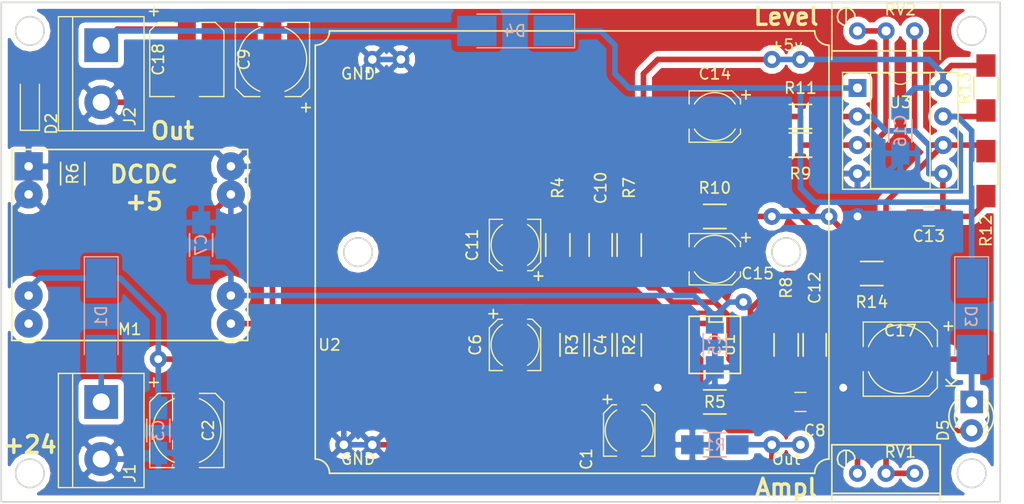
<source format=kicad_pcb>
(kicad_pcb (version 4) (host pcbnew 4.0.5)
  (layers (0 F.Cu signal) (31 B.Cu signal) (34 B.Paste user) (35 F.Paste user) (36 B.SilkS user) (37 F.SilkS user) (38 B.Mask user) (39 F.Mask user) (44 Edge.Cuts user))
  (net 0 "")
  (net 1 "Net-(C1-Pad1)")
  (net 2 "Net-(C1-Pad2)")
  (net 3 "Net-(C2-Pad1)")
  (net 4 GND)
  (net 5 "Net-(C4-Pad1)")
  (net 6 "Net-(C4-Pad2)")
  (net 7 +5V)
  (net 8 "Net-(C6-Pad1)")
  (net 9 "Net-(C12-Pad2)")
  (net 10 "Net-(C8-Pad2)")
  (net 11 "Net-(C10-Pad2)")
  (net 12 "Net-(C12-Pad1)")
  (net 13 "Net-(C13-Pad1)")
  (net 14 "Net-(C14-Pad1)")
  (net 15 "Net-(C15-Pad1)")
  (net 16 "Net-(C17-Pad1)")
  (net 17 "Net-(D1-Pad2)")
  (net 18 "Net-(D2-Pad1)")
  (net 19 "Net-(D3-Pad1)")
  (net 20 "Net-(D5-Pad2)")
  (net 21 "Net-(C18-Pad1)")
  (module dz_lib:HB-100-Radar (layer F.Cu) (at 173.99 93.98)
    (fp_text reference U2 (at -3.81 -8.89) (layer F.SilkS))
    (fp_text value HB-100-Radar)
    (fp_text user Out (at 36.83 1.27) (layer F.SilkS))
    (fp_text user GND (at -1.27 1.27) (layer F.SilkS))
    (fp_text user +5v (at 36.83 -35.56) (layer F.SilkS))
    (fp_text user GND (at -1.27 -33.02) (layer F.SilkS))
    (pad 1 thru_hole circle (at -2.54 0) (size 1.524 1.524) (drill 0.762) (layers *.Cu *.Mask) (net 4 GND))
    (pad 2 thru_hole circle (at 0 0) (size 1.524 1.524) (drill 0.762) (layers *.Cu *.Mask) (net 4 GND))
    (pad 3 thru_hole circle (at 0 -34.29) (size 1.524 1.524) (drill 0.762) (layers *.Cu *.Mask) (net 4 GND))
    (pad 4 thru_hole circle (at 2.54 -34.29) (size 1.524 1.524) (drill 0.762) (layers *.Cu *.Mask) (net 4 GND))
    (pad 5 thru_hole circle (at 35.56 0) (size 1.524 1.524) (drill 0.762) (layers *.Cu *.Mask) (net 2 "Net-(C1-Pad2)"))
    (pad 6 thru_hole circle (at 38.1 0) (size 1.524 1.524) (drill 0.762) (layers *.Cu *.Mask) (net 2 "Net-(C1-Pad2)"))
    (pad 7 thru_hole circle (at 35.56 -34.29) (size 1.524 1.524) (drill 0.762) (layers *.Cu *.Mask) (net 7 +5V))
    (pad 8 thru_hole circle (at 38.1 -34.29) (size 1.524 1.524) (drill 0.762) (layers *.Cu *.Mask) (net 7 +5V))
  )
  (module Capacitors_SMD:CP_Elec_6.3x7.7 (layer F.Cu) (at 165.1 59.69 90)
    (fp_text reference C9 (at 0 -2.54 90) (layer F.SilkS))
    (fp_text value 220,0)
    (fp_text user + (at -4.2799 2.9083 90) (layer F.SilkS))
    (pad 1 smd rect (at -2.7 0 270) (size 3.5 1.6) (layers F.Cu F.Paste F.Mask) (net 7 +5V))
    (pad 2 smd rect (at 2.7 0 270) (size 3.5 1.6) (layers F.Cu F.Paste F.Mask) (net 4 GND))
  )
  (module Capacitors_SMD:C_1206_HandSoldering (layer B.Cu) (at 154.94 92.71 270)
    (fp_text reference C3 (at 0 0 270) (layer B.SilkS) (effects (justify mirror)))
    (fp_text value 0,1 hide)
    (pad 1 smd rect (at -2 0 270) (size 2 1.6) (layers B.Cu B.Paste B.Mask) (net 3 "Net-(C2-Pad1)"))
    (pad 2 smd rect (at 2 0 270) (size 2 1.6) (layers B.Cu B.Paste B.Mask) (net 4 GND))
  )
  (module Capacitors_SMD:C_1206_HandSoldering (layer F.Cu) (at 194.31 85.09 270)
    (fp_text reference C4 (at 0 0 270) (layer F.SilkS))
    (fp_text value 2200 hide)
    (pad 1 smd rect (at -2 0 270) (size 2 1.6) (layers F.Cu F.Paste F.Mask) (net 5 "Net-(C4-Pad1)"))
    (pad 2 smd rect (at 2 0 270) (size 2 1.6) (layers F.Cu F.Paste F.Mask) (net 6 "Net-(C4-Pad2)"))
  )
  (module Capacitors_SMD:C_1206_HandSoldering (layer B.Cu) (at 204.47 85.09 90)
    (fp_text reference C5 (at 0 0 90) (layer B.SilkS) (effects (justify mirror)))
    (fp_text value 0,1 hide)
    (pad 1 smd rect (at -2 0 90) (size 2 1.6) (layers B.Cu B.Paste B.Mask) (net 4 GND))
    (pad 2 smd rect (at 2 0 90) (size 2 1.6) (layers B.Cu B.Paste B.Mask) (net 7 +5V))
  )
  (module Capacitors_SMD:C_1206_HandSoldering (layer B.Cu) (at 158.75 76.2 90)
    (fp_text reference C7 (at 0 0 90) (layer B.SilkS) (effects (justify mirror)))
    (fp_text value 0,1 hide)
    (pad 1 smd rect (at -2 0 90) (size 2 1.6) (layers B.Cu B.Paste B.Mask) (net 7 +5V))
    (pad 2 smd rect (at 2 0 90) (size 2 1.6) (layers B.Cu B.Paste B.Mask) (net 4 GND))
  )
  (module Capacitors_SMD:C_1206_HandSoldering (layer F.Cu) (at 194.31 76.2 270)
    (fp_text reference C10 (at -5.08 0 270) (layer F.SilkS))
    (fp_text value 0,1 hide)
    (pad 1 smd rect (at -2 0 270) (size 2 1.6) (layers F.Cu F.Paste F.Mask) (net 4 GND))
    (pad 2 smd rect (at 2 0 270) (size 2 1.6) (layers F.Cu F.Paste F.Mask) (net 11 "Net-(C10-Pad2)"))
  )
  (module Capacitors_SMD:C_1206_HandSoldering (layer F.Cu) (at 213.36 85.09 270)
    (fp_text reference C12 (at -5.08 0 270) (layer F.SilkS))
    (fp_text value 2200 hide)
    (pad 1 smd rect (at -2 0 270) (size 2 1.6) (layers F.Cu F.Paste F.Mask) (net 12 "Net-(C12-Pad1)"))
    (pad 2 smd rect (at 2 0 270) (size 2 1.6) (layers F.Cu F.Paste F.Mask) (net 9 "Net-(C12-Pad2)"))
  )
  (module Capacitors_SMD:C_1206_HandSoldering (layer B.Cu) (at 220.98 66.04 90)
    (fp_text reference C16 (at 0 0 90) (layer B.SilkS) (effects (justify mirror)))
    (fp_text value 0,1 hide)
    (pad 1 smd rect (at -2 0 90) (size 2 1.6) (layers B.Cu B.Paste B.Mask) (net 4 GND))
    (pad 2 smd rect (at 2 0 90) (size 2 1.6) (layers B.Cu B.Paste B.Mask) (net 7 +5V))
  )
  (module LEDs:LED_1206 (layer F.Cu) (at 143.51 63.5 90)
    (fp_text reference D2 (at -1.905 1.905 90) (layer F.SilkS))
    (fp_text value LED hide)
    (pad 2 smd rect (at 1.65 0 270) (size 1.5 1.5) (layers F.Cu F.Paste F.Mask) (net 7 +5V))
    (pad 1 smd rect (at -1.65 0 270) (size 1.5 1.5) (layers F.Cu F.Paste F.Mask) (net 18 "Net-(D2-Pad1)"))
  )
  (module LEDs:LED-3MM (layer F.Cu) (at 227.33 90.17 270)
    (fp_text reference D5 (at 2.54 2.54 270) (layer F.SilkS))
    (fp_text value LED hide)
    (fp_text user K (at -1.69 1.74 270) (layer F.SilkS))
    (pad 1 thru_hole rect (at 0 0) (size 2 2) (drill 1.00076) (layers *.Cu *.Mask) (net 16 "Net-(C17-Pad1)"))
    (pad 2 thru_hole circle (at 2.54 0 270) (size 2 2) (drill 1.00076) (layers *.Cu *.Mask) (net 20 "Net-(D5-Pad2)"))
  )
  (module Resistors_SMD:R_1206_HandSoldering (layer B.Cu) (at 204.47 93.98 180)
    (fp_text reference R1 (at 0 0 180) (layer B.SilkS) (effects (justify mirror)))
    (fp_text value 13k hide)
    (pad 1 smd rect (at -2 0 180) (size 2 1.7) (layers B.Cu B.Paste B.Mask) (net 2 "Net-(C1-Pad2)"))
    (pad 2 smd rect (at 2 0 180) (size 2 1.7) (layers B.Cu B.Paste B.Mask) (net 4 GND))
  )
  (module Resistors_SMD:R_1206_HandSoldering (layer F.Cu) (at 196.85 85.09 270)
    (fp_text reference R2 (at 0 0 270) (layer F.SilkS))
    (fp_text value 1M hide)
    (pad 1 smd rect (at -2 0 270) (size 2 1.7) (layers F.Cu F.Paste F.Mask) (net 5 "Net-(C4-Pad1)"))
    (pad 2 smd rect (at 2 0 270) (size 2 1.7) (layers F.Cu F.Paste F.Mask) (net 6 "Net-(C4-Pad2)"))
  )
  (module Resistors_SMD:R_1206_HandSoldering (layer F.Cu) (at 191.77 85.09 270)
    (fp_text reference R3 (at 0 0 270) (layer F.SilkS))
    (fp_text value 10k hide)
    (pad 1 smd rect (at -2 0 270) (size 2 1.7) (layers F.Cu F.Paste F.Mask) (net 8 "Net-(C6-Pad1)"))
    (pad 2 smd rect (at 2 0 270) (size 2 1.7) (layers F.Cu F.Paste F.Mask) (net 6 "Net-(C4-Pad2)"))
  )
  (module Resistors_SMD:R_1206_HandSoldering (layer F.Cu) (at 190.5 76.2 90)
    (fp_text reference R4 (at 5.08 0 90) (layer F.SilkS))
    (fp_text value 47k hide)
    (pad 1 smd rect (at -2 0 90) (size 2 1.7) (layers F.Cu F.Paste F.Mask) (net 11 "Net-(C10-Pad2)"))
    (pad 2 smd rect (at 2 0 90) (size 2 1.7) (layers F.Cu F.Paste F.Mask) (net 7 +5V))
  )
  (module Resistors_SMD:R_1206_HandSoldering (layer F.Cu) (at 204.47 90.17 180)
    (fp_text reference R5 (at 0 0 180) (layer F.SilkS))
    (fp_text value 200k hide)
    (pad 1 smd rect (at -2 0 180) (size 2 1.7) (layers F.Cu F.Paste F.Mask) (net 11 "Net-(C10-Pad2)"))
    (pad 2 smd rect (at 2 0 180) (size 2 1.7) (layers F.Cu F.Paste F.Mask) (net 1 "Net-(C1-Pad1)"))
  )
  (module Resistors_SMD:R_1206_HandSoldering (layer F.Cu) (at 147.32 69.85 90)
    (fp_text reference R6 (at 0 0 90) (layer F.SilkS))
    (fp_text value 2,2k hide)
    (pad 1 smd rect (at -2 0 90) (size 2 1.7) (layers F.Cu F.Paste F.Mask) (net 4 GND))
    (pad 2 smd rect (at 2 0 90) (size 2 1.7) (layers F.Cu F.Paste F.Mask) (net 18 "Net-(D2-Pad1)"))
  )
  (module Resistors_SMD:R_1206_HandSoldering (layer F.Cu) (at 196.85 76.2 270)
    (fp_text reference R7 (at -5.08 0 270) (layer F.SilkS))
    (fp_text value 47k hide)
    (pad 1 smd rect (at -2 0 270) (size 2 1.7) (layers F.Cu F.Paste F.Mask) (net 4 GND))
    (pad 2 smd rect (at 2 0 270) (size 2 1.7) (layers F.Cu F.Paste F.Mask) (net 11 "Net-(C10-Pad2)"))
  )
  (module Resistors_SMD:R_1206_HandSoldering (layer F.Cu) (at 210.82 85.09 270)
    (fp_text reference R8 (at -5.08 0 270) (layer F.SilkS))
    (fp_text value 1M hide)
    (pad 1 smd rect (at -2 0 270) (size 2 1.7) (layers F.Cu F.Paste F.Mask) (net 12 "Net-(C12-Pad1)"))
    (pad 2 smd rect (at 2 0 270) (size 2 1.7) (layers F.Cu F.Paste F.Mask) (net 9 "Net-(C12-Pad2)"))
  )
  (module Resistors_SMD:R_1206_HandSoldering (layer F.Cu) (at 212.09 67.31)
    (fp_text reference R9 (at 0 2.54) (layer F.SilkS))
    (fp_text value 4,7k hide)
    (pad 1 smd rect (at -2 0) (size 2 1.7) (layers F.Cu F.Paste F.Mask) (net 7 +5V))
    (pad 2 smd rect (at 2 0) (size 2 1.7) (layers F.Cu F.Paste F.Mask) (net 14 "Net-(C14-Pad1)"))
  )
  (module Resistors_SMD:R_1206_HandSoldering (layer F.Cu) (at 204.47 73.66 180)
    (fp_text reference R10 (at 0 2.54 180) (layer F.SilkS))
    (fp_text value 4,7k hide)
    (pad 1 smd rect (at -2 0 180) (size 2 1.7) (layers F.Cu F.Paste F.Mask) (net 15 "Net-(C15-Pad1)"))
    (pad 2 smd rect (at 2 0 180) (size 2 1.7) (layers F.Cu F.Paste F.Mask) (net 4 GND))
  )
  (module Resistors_SMD:R_1206_HandSoldering (layer F.Cu) (at 212.09 64.77 180)
    (fp_text reference R11 (at 0 2.54 180) (layer F.SilkS))
    (fp_text value 47k hide)
    (pad 1 smd rect (at -2 0 180) (size 2 1.7) (layers F.Cu F.Paste F.Mask) (net 13 "Net-(C13-Pad1)"))
    (pad 2 smd rect (at 2 0 180) (size 2 1.7) (layers F.Cu F.Paste F.Mask) (net 14 "Net-(C14-Pad1)"))
  )
  (module Resistors_SMD:R_1206_HandSoldering (layer F.Cu) (at 228.6 69.85 90)
    (fp_text reference R12 (at -5.08 0 90) (layer F.SilkS))
    (fp_text value 47k hide)
    (pad 1 smd rect (at -2 0 90) (size 2 1.7) (layers F.Cu F.Paste F.Mask) (net 13 "Net-(C13-Pad1)"))
    (pad 2 smd rect (at 2 0 90) (size 2 1.7) (layers F.Cu F.Paste F.Mask) (net 15 "Net-(C15-Pad1)"))
  )
  (module Resistors_SMD:R_1206_HandSoldering (layer F.Cu) (at 228.6 62.23 270)
    (fp_text reference R13 (at 0 1.905 270) (layer F.SilkS))
    (fp_text value 4,7k hide)
    (pad 1 smd rect (at -2 0 270) (size 2 1.7) (layers F.Cu F.Paste F.Mask) (net 7 +5V))
    (pad 2 smd rect (at 2 0 270) (size 2 1.7) (layers F.Cu F.Paste F.Mask) (net 19 "Net-(D3-Pad1)"))
  )
  (module Resistors_SMD:R_1206_HandSoldering (layer F.Cu) (at 218.44 78.74)
    (fp_text reference R14 (at 0 2.54) (layer F.SilkS))
    (fp_text value 1,0k hide)
    (pad 1 smd rect (at -2 0) (size 2 1.7) (layers F.Cu F.Paste F.Mask) (net 7 +5V))
    (pad 2 smd rect (at 2 0) (size 2 1.7) (layers F.Cu F.Paste F.Mask) (net 20 "Net-(D5-Pad2)"))
  )
  (module Diodes_SMD:D_MELF_Handsoldering (layer B.Cu) (at 149.86 82.55 270)
    (fp_text reference D1 (at 0 0 270) (layer B.SilkS) (effects (justify mirror)))
    (fp_text value D)
    (pad 1 smd rect (at -3.4 0 270) (size 3.5 2.7) (layers B.Cu B.Paste B.Mask) (net 3 "Net-(C2-Pad1)"))
    (pad 2 smd rect (at 3.4 0 270) (size 3.5 2.7) (layers B.Cu B.Paste B.Mask) (net 17 "Net-(D1-Pad2)"))
  )
  (module Diodes_SMD:D_MELF_Handsoldering (layer B.Cu) (at 227.33 82.55 270)
    (fp_text reference D3 (at 0 0 270) (layer B.SilkS) (effects (justify mirror)))
    (fp_text value D)
    (pad 1 smd rect (at -3.4 0 270) (size 3.5 2.7) (layers B.Cu B.Paste B.Mask) (net 19 "Net-(D3-Pad1)"))
    (pad 2 smd rect (at 3.4 0 270) (size 3.5 2.7) (layers B.Cu B.Paste B.Mask) (net 16 "Net-(C17-Pad1)"))
  )
  (module Diodes_SMD:D_MELF_Handsoldering (layer B.Cu) (at 186.69 57.15 180)
    (fp_text reference D4 (at 0 0 180) (layer B.SilkS) (effects (justify mirror)))
    (fp_text value D)
    (pad 1 smd rect (at -3.4 0 180) (size 3.5 2.7) (layers B.Cu B.Paste B.Mask) (net 19 "Net-(D3-Pad1)"))
    (pad 2 smd rect (at 3.4 0 180) (size 3.5 2.7) (layers B.Cu B.Paste B.Mask) (net 21 "Net-(C18-Pad1)"))
  )
  (module Capacitors_SMD:CP_Elec_4x5.3 (layer F.Cu) (at 196.85 92.71 270)
    (fp_text reference C1 (at 2.54 3.81 270) (layer F.SilkS))
    (fp_text value 10,0)
    (fp_text user + (at -2.7686 2.0066 270) (layer F.SilkS))
    (pad 1 smd rect (at -1.8 0 90) (size 2.6 1.6) (layers F.Cu F.Paste F.Mask) (net 1 "Net-(C1-Pad1)"))
    (pad 2 smd rect (at 1.8 0 90) (size 2.6 1.6) (layers F.Cu F.Paste F.Mask) (net 2 "Net-(C1-Pad2)"))
  )
  (module Capacitors_SMD:CP_Elec_6.3x5.3 (layer F.Cu) (at 157.48 92.71 270)
    (fp_text reference C2 (at 0 -1.905 270) (layer F.SilkS))
    (fp_text value 47,0)
    (fp_text user + (at -4.2799 3.0099 270) (layer F.SilkS))
    (pad 1 smd rect (at -2.7 0 90) (size 3.5 1.6) (layers F.Cu F.Paste F.Mask) (net 3 "Net-(C2-Pad1)"))
    (pad 2 smd rect (at 2.7 0 90) (size 3.5 1.6) (layers F.Cu F.Paste F.Mask) (net 4 GND))
  )
  (module Capacitors_SMD:CP_Elec_4x5.3 (layer F.Cu) (at 186.69 85.09 270)
    (fp_text reference C6 (at 0 3.5433 270) (layer F.SilkS))
    (fp_text value 10,0)
    (fp_text user + (at -2.7686 2.0066 270) (layer F.SilkS))
    (pad 1 smd rect (at -1.8 0 90) (size 2.6 1.6) (layers F.Cu F.Paste F.Mask) (net 8 "Net-(C6-Pad1)"))
    (pad 2 smd rect (at 1.8 0 90) (size 2.6 1.6) (layers F.Cu F.Paste F.Mask) (net 4 GND))
  )
  (module Capacitors_SMD:CP_Elec_4x5.3 (layer F.Cu) (at 186.69 76.2 90)
    (fp_text reference C11 (at 0 -3.81 90) (layer F.SilkS))
    (fp_text value 10,0)
    (fp_text user + (at -2.7686 2.0066 90) (layer F.SilkS))
    (pad 1 smd rect (at -1.8 0 270) (size 2.6 1.6) (layers F.Cu F.Paste F.Mask) (net 11 "Net-(C10-Pad2)"))
    (pad 2 smd rect (at 1.8 0 270) (size 2.6 1.6) (layers F.Cu F.Paste F.Mask) (net 4 GND))
  )
  (module Capacitors_SMD:CP_Elec_4x5.3 (layer F.Cu) (at 204.47 64.77 180)
    (fp_text reference C14 (at 0 3.81 180) (layer F.SilkS))
    (fp_text value 10,0)
    (fp_text user + (at -2.7686 2.0066 180) (layer F.SilkS))
    (pad 1 smd rect (at -1.8 0) (size 2.6 1.6) (layers F.Cu F.Paste F.Mask) (net 14 "Net-(C14-Pad1)"))
    (pad 2 smd rect (at 1.8 0) (size 2.6 1.6) (layers F.Cu F.Paste F.Mask) (net 4 GND))
  )
  (module Capacitors_SMD:CP_Elec_4x5.3 (layer F.Cu) (at 204.47 77.47 180)
    (fp_text reference C15 (at -3.81 -1.27 180) (layer F.SilkS))
    (fp_text value 10,0)
    (fp_text user + (at -2.7686 2.0066 180) (layer F.SilkS))
    (pad 1 smd rect (at -1.8 0) (size 2.6 1.6) (layers F.Cu F.Paste F.Mask) (net 15 "Net-(C15-Pad1)"))
    (pad 2 smd rect (at 1.8 0) (size 2.6 1.6) (layers F.Cu F.Paste F.Mask) (net 4 GND))
  )
  (module Capacitors_SMD:CP_Elec_6.3x5.3 (layer F.Cu) (at 220.98 86.36 180)
    (fp_text reference C17 (at 0 2.54 180) (layer F.SilkS))
    (fp_text value 100,0)
    (fp_text user + (at -4.2799 3.0099 180) (layer F.SilkS))
    (pad 1 smd rect (at -2.7 0) (size 3.5 1.6) (layers F.Cu F.Paste F.Mask) (net 16 "Net-(C17-Pad1)"))
    (pad 2 smd rect (at 2.7 0) (size 3.5 1.6) (layers F.Cu F.Paste F.Mask) (net 4 GND))
  )
  (module Connectors:bornier2 (layer F.Cu) (at 149.86 90.17 270)
    (fp_text reference J1 (at 6.35 -2.54 270) (layer F.SilkS))
    (fp_text value Power)
    (pad 1 thru_hole rect (at 0 0 270) (size 3 3) (drill 1.52) (layers *.Cu *.Mask) (net 17 "Net-(D1-Pad2)"))
    (pad 2 thru_hole circle (at 5.08 0 270) (size 3 3) (drill 1.52) (layers *.Cu *.Mask) (net 4 GND))
  )
  (module Connectors:bornier2 (layer F.Cu) (at 149.86 58.42 270)
    (fp_text reference J2 (at 6.35 -2.54 270) (layer F.SilkS))
    (fp_text value Out)
    (pad 1 thru_hole rect (at 0 0 270) (size 3 3) (drill 1.52) (layers *.Cu *.Mask) (net 21 "Net-(C18-Pad1)"))
    (pad 2 thru_hole circle (at 5.08 0 270) (size 3 3) (drill 1.52) (layers *.Cu *.Mask) (net 4 GND))
  )
  (module Potentiometers:Potentiometer_Bourns_3296W_3-8Zoll_Inline_ScrewUp (layer F.Cu) (at 217.17 96.52 270)
    (fp_text reference RV1 (at -1.905 -3.81 360) (layer F.SilkS))
    (fp_text value 47k)
    (pad 2 thru_hole circle (at 0 -2.54 270) (size 1.524 1.524) (drill 0.8128) (layers *.Cu *.Mask) (net 10 "Net-(C8-Pad2)"))
    (pad 3 thru_hole circle (at 0 -5.08 270) (size 1.524 1.524) (drill 0.8128) (layers *.Cu *.Mask) (net 10 "Net-(C8-Pad2)"))
    (pad 1 thru_hole circle (at 0 0 270) (size 1.524 1.524) (drill 0.8128) (layers *.Cu *.Mask) (net 5 "Net-(C4-Pad1)"))
  )
  (module Potentiometers:Potentiometer_Bourns_3296W_3-8Zoll_Inline_ScrewUp (layer F.Cu) (at 217.17 57.15 270)
    (fp_text reference RV2 (at -1.905 -3.81 360) (layer F.SilkS))
    (fp_text value 510)
    (pad 2 thru_hole circle (at 0 -2.54 270) (size 1.524 1.524) (drill 0.8128) (layers *.Cu *.Mask) (net 14 "Net-(C14-Pad1)"))
    (pad 3 thru_hole circle (at 0 -5.08 270) (size 1.524 1.524) (drill 0.8128) (layers *.Cu *.Mask) (net 15 "Net-(C15-Pad1)"))
    (pad 1 thru_hole circle (at 0 0 270) (size 1.524 1.524) (drill 0.8128) (layers *.Cu *.Mask) (net 14 "Net-(C14-Pad1)"))
  )
  (module Capacitors_SMD:CP_Elec_6.3x5.3 (layer F.Cu) (at 157.48 59.69 270)
    (fp_text reference C18 (at 0 2.54 270) (layer F.SilkS))
    (fp_text value 100,0)
    (fp_text user + (at -4.28 3.01 270) (layer F.SilkS))
    (pad 1 smd rect (at -2.7 0 90) (size 3.5 1.6) (layers F.Cu F.Paste F.Mask) (net 21 "Net-(C18-Pad1)"))
    (pad 2 smd rect (at 2.7 0 90) (size 3.5 1.6) (layers F.Cu F.Paste F.Mask) (net 4 GND))
  )
  (module dz_lib:dcdc5v (layer F.Cu) (at 152.4 76.2)
    (fp_text reference M1 (at 0 7.5) (layer F.SilkS))
    (fp_text value dcdc5v)
    (pad 1 thru_hole rect (at -9 -7) (size 2.5 2.5) (drill 0.762) (layers *.Cu *.Mask) (net 4 GND))
    (pad 2 thru_hole circle (at -9 7) (size 2.5 2.5) (drill 0.762) (layers *.Cu *.Mask) (net 3 "Net-(C2-Pad1)"))
    (pad 3 thru_hole circle (at 9 7) (size 2.5 2.5) (drill 0.762) (layers *.Cu *.Mask) (net 7 +5V))
    (pad 4 thru_hole circle (at 9 -7) (size 2.5 2.5) (drill 0.762) (layers *.Cu *.Mask) (net 4 GND))
    (pad 1 thru_hole circle (at -9 -4.5) (size 2.5 2.5) (drill 0.762) (layers *.Cu *.Mask) (net 4 GND))
    (pad 2 thru_hole circle (at -9 4.5) (size 2.5 2.5) (drill 0.762) (layers *.Cu *.Mask) (net 3 "Net-(C2-Pad1)"))
    (pad 3 thru_hole circle (at 9 4.5) (size 2.5 2.5) (drill 0.762) (layers *.Cu *.Mask) (net 7 +5V))
    (pad 4 thru_hole circle (at 9 -4.5) (size 2.5 2.5) (drill 0.762) (layers *.Cu *.Mask) (net 4 GND))
  )
  (module SMD_Packages:SOIC-8-N (layer F.Cu) (at 204.47 85.09 270)
    (fp_text reference U1 (at 0 -1.27 270) (layer F.SilkS))
    (fp_text value LM358)
    (pad 8 smd rect (at -1.905 -3.175 270) (size 0.508 1.143) (layers F.Cu F.Paste F.Mask) (net 7 +5V))
    (pad 7 smd rect (at -0.635 -3.175 270) (size 0.508 1.143) (layers F.Cu F.Paste F.Mask) (net 12 "Net-(C12-Pad1)"))
    (pad 6 smd rect (at 0.635 -3.175 270) (size 0.508 1.143) (layers F.Cu F.Paste F.Mask) (net 9 "Net-(C12-Pad2)"))
    (pad 5 smd rect (at 1.905 -3.175 270) (size 0.508 1.143) (layers F.Cu F.Paste F.Mask) (net 11 "Net-(C10-Pad2)"))
    (pad 4 smd rect (at 1.905 3.175 270) (size 0.508 1.143) (layers F.Cu F.Paste F.Mask) (net 4 GND))
    (pad 3 smd rect (at 0.635 3.175 270) (size 0.508 1.143) (layers F.Cu F.Paste F.Mask) (net 1 "Net-(C1-Pad1)"))
    (pad 2 smd rect (at -0.635 3.175 270) (size 0.508 1.143) (layers F.Cu F.Paste F.Mask) (net 6 "Net-(C4-Pad2)"))
    (pad 1 smd rect (at -1.905 3.175 270) (size 0.508 1.143) (layers F.Cu F.Paste F.Mask) (net 5 "Net-(C4-Pad1)"))
  )
  (module Housings_DIP:DIP-8_W7.62mm_Socket (layer F.Cu) (at 217.17 62.23)
    (fp_text reference U3 (at 3.81 1.27) (layer F.SilkS))
    (fp_text value LM2903)
    (pad 1 thru_hole rect (at 0 0) (size 1.6 1.6) (drill 0.8) (layers *.Cu *.Mask) (net 19 "Net-(D3-Pad1)"))
    (pad 5 thru_hole oval (at 7.62 7.62) (size 1.6 1.6) (drill 0.8) (layers *.Cu *.Mask) (net 13 "Net-(C13-Pad1)"))
    (pad 2 thru_hole oval (at 0 2.54) (size 1.6 1.6) (drill 0.8) (layers *.Cu *.Mask) (net 13 "Net-(C13-Pad1)"))
    (pad 6 thru_hole oval (at 7.62 5.08) (size 1.6 1.6) (drill 0.8) (layers *.Cu *.Mask) (net 15 "Net-(C15-Pad1)"))
    (pad 3 thru_hole oval (at 0 5.08) (size 1.6 1.6) (drill 0.8) (layers *.Cu *.Mask) (net 14 "Net-(C14-Pad1)"))
    (pad 7 thru_hole oval (at 7.62 2.54) (size 1.6 1.6) (drill 0.8) (layers *.Cu *.Mask) (net 19 "Net-(D3-Pad1)"))
    (pad 4 thru_hole oval (at 0 7.62) (size 1.6 1.6) (drill 0.8) (layers *.Cu *.Mask) (net 4 GND))
    (pad 8 thru_hole oval (at 7.62 0) (size 1.6 1.6) (drill 0.8) (layers *.Cu *.Mask) (net 7 +5V))
  )
  (module Capacitors_SMD:C_0805_HandSoldering (layer F.Cu) (at 223.52 73.66 180)
    (fp_text reference C13 (at 0 -1.75 180) (layer F.SilkS))
    (fp_text value 10,0)
    (pad 1 smd rect (at -1.25 0 180) (size 1.5 1.25) (layers F.Cu F.Paste F.Mask) (net 13 "Net-(C13-Pad1)"))
    (pad 2 smd rect (at 1.25 0 180) (size 1.5 1.25) (layers F.Cu F.Paste F.Mask) (net 12 "Net-(C12-Pad1)"))
  )
  (module Capacitors_SMD:C_0805_HandSoldering (layer F.Cu) (at 212.09 90.17)
    (fp_text reference C8 (at 1.27 2.54) (layer F.SilkS))
    (fp_text value 10,0)
    (pad 1 smd rect (at -1.25 0) (size 1.5 1.25) (layers F.Cu F.Paste F.Mask) (net 9 "Net-(C12-Pad2)"))
    (pad 2 smd rect (at 1.25 0) (size 1.5 1.25) (layers F.Cu F.Paste F.Mask) (net 10 "Net-(C8-Pad2)"))
  )
  (gr_text "DCDC\n+5" (at 153.67 71.12) (layer F.SilkS) (effects (font (size 1.5 1.5) (thickness 0.3))))
  (gr_text Ampl (at 210.82 97.79) (layer F.SilkS) (effects (font (size 1.5 1.5) (thickness 0.3))))
  (gr_text Level (at 210.82 55.88) (layer F.SilkS) (effects (font (size 1.5 1.5) (thickness 0.3))))
  (gr_text +24 (at 143.51 93.98) (layer F.SilkS) (effects (font (size 1.5 1.5) (thickness 0.3))))
  (gr_text Out (at 156.21 66.04) (layer F.SilkS) (effects (font (size 1.5 1.5) (thickness 0.3))))
  (gr_line (start 229.87 99.06) (end 227.33 99.06) (angle 90) (layer Edge.Cuts) (width 0.15))
  (gr_line (start 229.87 54.61) (end 229.87 99.06) (angle 90) (layer Edge.Cuts) (width 0.15))
  (gr_line (start 227.33 54.61) (end 229.87 54.61) (angle 90) (layer Edge.Cuts) (width 0.15))
  (gr_line (start 140.97 54.61) (end 227.33 54.61) (angle 90) (layer Edge.Cuts) (width 0.15))
  (gr_line (start 227.33 99.06) (end 140.97 99.06) (angle 90) (layer Edge.Cuts) (width 0.15))
  (gr_line (start 140.97 99.06) (end 140.97 54.61) (angle 90) (layer Edge.Cuts) (width 0.15))
  (gr_circle (center 172.72 76.835) (end 173.99 76.835) (layer Edge.Cuts) (width 0.15))
  (gr_circle (center 210.82 76.835) (end 212.09 76.835) (layer Edge.Cuts) (width 0.15))
  (gr_text +5 (at 182.88 67.31) (layer F.Cu) (effects (font (size 1.5 1.5) (thickness 0.3))))
  (gr_circle (center 143.51 96.52) (end 144.78 96.52) (layer Edge.Cuts) (width 0.15))
  (gr_circle (center 143.51 57.15) (end 142.24 57.15) (layer Edge.Cuts) (width 0.15))
  (gr_circle (center 227.33 96.52) (end 228.6 96.52) (layer Edge.Cuts) (width 0.15))
  (gr_circle (center 227.33 57.15) (end 228.6 57.15) (layer Edge.Cuts) (width 0.15))
  (segment (start 196.85 90.91) (end 197.38 90.91) (width 0.5) (layer F.Cu) (net 1))
  (segment (start 197.38 90.91) (end 198.12 90.17) (width 0.5) (layer F.Cu) (net 1))
  (segment (start 198.12 90.17) (end 202.47 90.17) (width 0.5) (layer F.Cu) (net 1))
  (segment (start 201.295 85.725) (end 202.565 85.725) (width 0.5) (layer F.Cu) (net 1))
  (segment (start 203.2 86.36) (end 203.2 89.44) (width 0.5) (layer F.Cu) (net 1))
  (segment (start 202.565 85.725) (end 203.2 86.36) (width 0.5) (layer F.Cu) (net 1))
  (segment (start 203.2 89.44) (end 202.47 90.17) (width 0.5) (layer F.Cu) (net 1))
  (segment (start 209.55 93.98) (end 212.09 93.98) (width 0.5) (layer B.Cu) (net 2))
  (segment (start 206.47 93.98) (end 209.55 93.98) (width 0.5) (layer B.Cu) (net 2))
  (segment (start 196.85 94.51) (end 196.85 95.25) (width 0.5) (layer F.Cu) (net 2))
  (segment (start 196.85 95.25) (end 198.12 96.52) (width 0.5) (layer F.Cu) (net 2))
  (segment (start 198.12 96.52) (end 208.28 96.52) (width 0.5) (layer F.Cu) (net 2))
  (segment (start 208.28 96.52) (end 209.55 95.25) (width 0.5) (layer F.Cu) (net 2))
  (segment (start 209.55 95.25) (end 209.55 93.98) (width 0.5) (layer F.Cu) (net 2))
  (segment (start 157.48 90.01) (end 157.48 87.63) (width 0.5) (layer F.Cu) (net 3))
  (via (at 154.94 86.36) (size 1.5) (drill 0.7) (layers F.Cu B.Cu) (net 3))
  (segment (start 156.21 86.36) (end 154.94 86.36) (width 0.5) (layer F.Cu) (net 3))
  (segment (start 157.48 87.63) (end 156.21 86.36) (width 0.5) (layer F.Cu) (net 3))
  (segment (start 154.94 90.71) (end 154.94 86.36) (width 0.5) (layer B.Cu) (net 3))
  (segment (start 154.94 86.36) (end 154.94 82.55) (width 0.5) (layer B.Cu) (net 3))
  (segment (start 151.54 79.15) (end 149.86 79.15) (width 0.5) (layer B.Cu) (net 3))
  (segment (start 154.94 82.55) (end 151.54 79.15) (width 0.5) (layer B.Cu) (net 3))
  (segment (start 143.4 80.7) (end 143.4 80.12) (width 0.5) (layer B.Cu) (net 3))
  (segment (start 143.4 80.12) (end 144.37 79.15) (width 0.5) (layer B.Cu) (net 3))
  (segment (start 144.37 79.15) (end 149.86 79.15) (width 0.5) (layer B.Cu) (net 3))
  (segment (start 143.4 80.7) (end 143.4 83.2) (width 0.5) (layer F.Cu) (net 3))
  (segment (start 215.9 88.9) (end 215.9 74.93) (width 0.5) (layer B.Cu) (net 4))
  (segment (start 217.17 73.66) (end 217.17 69.85) (width 0.5) (layer F.Cu) (net 4))
  (via (at 217.17 73.66) (size 1.5) (drill 0.7) (layers F.Cu B.Cu) (net 4))
  (segment (start 215.9 74.93) (end 217.17 73.66) (width 0.5) (layer B.Cu) (net 4))
  (segment (start 171.45 93.98) (end 173.99 93.98) (width 0.5) (layer B.Cu) (net 4))
  (segment (start 173.99 59.69) (end 176.53 59.69) (width 0.5) (layer B.Cu) (net 4))
  (segment (start 158.75 74.2) (end 156.94 74.2) (width 0.5) (layer B.Cu) (net 4))
  (segment (start 171.45 88.9) (end 171.45 93.98) (width 0.5) (layer B.Cu) (net 4))
  (segment (start 170.18 87.63) (end 171.45 88.9) (width 0.5) (layer B.Cu) (net 4))
  (segment (start 160.02 87.63) (end 170.18 87.63) (width 0.5) (layer B.Cu) (net 4))
  (segment (start 158.75 86.36) (end 160.02 87.63) (width 0.5) (layer B.Cu) (net 4))
  (segment (start 158.75 85.09) (end 158.75 86.36) (width 0.5) (layer B.Cu) (net 4))
  (segment (start 156.21 82.55) (end 158.75 85.09) (width 0.5) (layer B.Cu) (net 4))
  (segment (start 156.21 74.93) (end 156.21 82.55) (width 0.5) (layer B.Cu) (net 4))
  (segment (start 156.94 74.2) (end 156.21 74.93) (width 0.5) (layer B.Cu) (net 4))
  (segment (start 161.4 69.2) (end 172.1 69.2) (width 0.5) (layer B.Cu) (net 4))
  (segment (start 173.99 67.31) (end 173.99 59.69) (width 0.5) (layer B.Cu) (net 4))
  (segment (start 172.1 69.2) (end 173.99 67.31) (width 0.5) (layer B.Cu) (net 4))
  (segment (start 173.99 93.98) (end 185.42 93.98) (width 0.5) (layer F.Cu) (net 4))
  (segment (start 185.42 93.98) (end 186.69 92.71) (width 0.5) (layer F.Cu) (net 4))
  (segment (start 186.69 92.71) (end 186.69 86.89) (width 0.5) (layer F.Cu) (net 4))
  (segment (start 157.48 95.41) (end 170.02 95.41) (width 0.5) (layer F.Cu) (net 4))
  (segment (start 170.02 95.41) (end 171.45 93.98) (width 0.5) (layer F.Cu) (net 4))
  (segment (start 203.2 88.9) (end 215.9 88.9) (width 0.5) (layer B.Cu) (net 4))
  (segment (start 218.44 87.63) (end 218.44 86.52) (width 0.5) (layer F.Cu) (net 4))
  (segment (start 217.17 88.9) (end 218.44 87.63) (width 0.5) (layer F.Cu) (net 4))
  (segment (start 215.9 88.9) (end 217.17 88.9) (width 0.5) (layer F.Cu) (net 4))
  (via (at 215.9 88.9) (size 1.5) (drill 0.7) (layers F.Cu B.Cu) (net 4))
  (segment (start 218.44 86.52) (end 218.28 86.36) (width 0.5) (layer F.Cu) (net 4))
  (segment (start 202.47 93.98) (end 202.47 89.63) (width 0.5) (layer B.Cu) (net 4))
  (segment (start 202.47 89.63) (end 203.2 88.9) (width 0.5) (layer B.Cu) (net 4))
  (segment (start 158.75 74.2) (end 160.75 74.2) (width 0.5) (layer B.Cu) (net 4))
  (segment (start 161.4 73.55) (end 161.4 69.2) (width 0.5) (layer B.Cu) (net 4))
  (segment (start 160.75 74.2) (end 161.4 73.55) (width 0.5) (layer B.Cu) (net 4))
  (segment (start 149.86 95.25) (end 157.32 95.25) (width 0.5) (layer F.Cu) (net 4))
  (segment (start 157.32 95.25) (end 157.48 95.41) (width 0.5) (layer F.Cu) (net 4))
  (segment (start 149.86 95.25) (end 154.4 95.25) (width 0.5) (layer B.Cu) (net 4))
  (segment (start 154.4 95.25) (end 154.94 94.71) (width 0.5) (layer B.Cu) (net 4))
  (segment (start 143.4 69.2) (end 143.4 71.7) (width 0.5) (layer F.Cu) (net 4))
  (segment (start 161.4 69.2) (end 161.4 71.7) (width 0.5) (layer F.Cu) (net 4))
  (segment (start 202.67 77.47) (end 202.67 73.86) (width 0.5) (layer F.Cu) (net 4))
  (segment (start 202.67 73.86) (end 202.47 73.66) (width 0.5) (layer F.Cu) (net 4))
  (segment (start 204.47 87.09) (end 204.47 87.63) (width 0.5) (layer B.Cu) (net 4))
  (segment (start 204.47 87.63) (end 203.2 88.9) (width 0.5) (layer B.Cu) (net 4))
  (segment (start 203.2 88.9) (end 199.39 88.9) (width 0.5) (layer B.Cu) (net 4))
  (via (at 199.39 88.9) (size 1.5) (drill 0.7) (layers F.Cu B.Cu) (net 4))
  (segment (start 217.17 69.85) (end 219.71 69.85) (width 0.5) (layer B.Cu) (net 4))
  (segment (start 219.71 69.85) (end 220.98 68.58) (width 0.5) (layer B.Cu) (net 4))
  (segment (start 220.98 68.58) (end 220.98 68.04) (width 0.5) (layer B.Cu) (net 4))
  (segment (start 149.86 63.5) (end 156.37 63.5) (width 0.5) (layer F.Cu) (net 4))
  (segment (start 156.37 63.5) (end 157.48 62.39) (width 0.5) (layer F.Cu) (net 4))
  (segment (start 201.295 86.995) (end 199.39 88.9) (width 0.5) (layer F.Cu) (net 4))
  (segment (start 187.96 88.9) (end 186.69 87.63) (width 0.5) (layer F.Cu) (net 4))
  (segment (start 199.39 88.9) (end 187.96 88.9) (width 0.5) (layer F.Cu) (net 4))
  (segment (start 186.69 87.63) (end 186.69 86.89) (width 0.5) (layer F.Cu) (net 4))
  (segment (start 201.295 83.185) (end 203.835 83.185) (width 0.5) (layer F.Cu) (net 5))
  (segment (start 217.17 92.71) (end 217.17 96.52) (width 0.5) (layer F.Cu) (net 5))
  (segment (start 215.9 91.44) (end 217.17 92.71) (width 0.5) (layer F.Cu) (net 5))
  (segment (start 209.55 91.44) (end 215.9 91.44) (width 0.5) (layer F.Cu) (net 5))
  (segment (start 208.28 92.71) (end 209.55 91.44) (width 0.5) (layer F.Cu) (net 5))
  (segment (start 205.74 92.71) (end 208.28 92.71) (width 0.5) (layer F.Cu) (net 5))
  (segment (start 204.47 91.44) (end 205.74 92.71) (width 0.5) (layer F.Cu) (net 5))
  (segment (start 204.47 83.82) (end 204.47 91.44) (width 0.5) (layer F.Cu) (net 5))
  (segment (start 203.835 83.185) (end 204.47 83.82) (width 0.5) (layer F.Cu) (net 5))
  (segment (start 194.31 83.09) (end 196.85 83.09) (width 0.5) (layer F.Cu) (net 5))
  (segment (start 201.295 83.185) (end 196.945 83.185) (width 0.5) (layer F.Cu) (net 5))
  (segment (start 196.945 83.185) (end 196.85 83.09) (width 0.5) (layer F.Cu) (net 5))
  (segment (start 194.31 87.09) (end 196.85 87.09) (width 0.5) (layer F.Cu) (net 6))
  (segment (start 191.77 87.09) (end 194.31 87.09) (width 0.5) (layer F.Cu) (net 6))
  (segment (start 201.295 84.455) (end 200.025 84.455) (width 0.5) (layer F.Cu) (net 6))
  (segment (start 200.025 84.455) (end 197.39 87.09) (width 0.5) (layer F.Cu) (net 6))
  (segment (start 197.39 87.09) (end 196.85 87.09) (width 0.5) (layer F.Cu) (net 6))
  (segment (start 191.77 69.85) (end 165.1 69.85) (width 0.5) (layer F.Cu) (net 7))
  (segment (start 209.55 59.69) (end 199.39 59.69) (width 0.5) (layer F.Cu) (net 7))
  (segment (start 198.12 67.31) (end 200.66 69.85) (width 0.5) (layer F.Cu) (net 7))
  (segment (start 198.12 60.96) (end 198.12 67.31) (width 0.5) (layer F.Cu) (net 7))
  (segment (start 199.39 59.69) (end 198.12 60.96) (width 0.5) (layer F.Cu) (net 7))
  (segment (start 190.5 74.2) (end 190.5 71.12) (width 0.5) (layer F.Cu) (net 7))
  (segment (start 190.5 71.12) (end 191.77 69.85) (width 0.5) (layer F.Cu) (net 7))
  (segment (start 191.77 69.85) (end 200.66 69.85) (width 0.5) (layer F.Cu) (net 7))
  (segment (start 210.09 69.31) (end 210.09 67.31) (width 0.5) (layer F.Cu) (net 7))
  (segment (start 200.66 69.85) (end 209.55 69.85) (width 0.5) (layer F.Cu) (net 7))
  (segment (start 209.55 69.85) (end 210.09 69.31) (width 0.5) (layer F.Cu) (net 7))
  (segment (start 204.47 83.09) (end 204.47 82.55) (width 0.5) (layer B.Cu) (net 7))
  (segment (start 204.47 82.55) (end 202.62 80.7) (width 0.5) (layer B.Cu) (net 7))
  (segment (start 202.62 80.7) (end 161.4 80.7) (width 0.5) (layer B.Cu) (net 7))
  (segment (start 158.75 78.2) (end 160.75 78.2) (width 0.5) (layer B.Cu) (net 7))
  (segment (start 161.4 78.85) (end 161.4 83.2) (width 0.5) (layer B.Cu) (net 7))
  (segment (start 160.75 78.2) (end 161.4 78.85) (width 0.5) (layer B.Cu) (net 7))
  (segment (start 161.4 80.7) (end 161.4 83.2) (width 0.5) (layer F.Cu) (net 7))
  (segment (start 165.1 62.39) (end 165.1 69.85) (width 0.5) (layer F.Cu) (net 7))
  (segment (start 165.1 69.85) (end 165.1 82.55) (width 0.5) (layer F.Cu) (net 7))
  (segment (start 165.1 82.55) (end 164.45 83.2) (width 0.5) (layer F.Cu) (net 7))
  (segment (start 164.45 83.2) (end 161.4 83.2) (width 0.5) (layer F.Cu) (net 7))
  (segment (start 209.55 59.69) (end 212.09 59.69) (width 0.5) (layer B.Cu) (net 7))
  (segment (start 212.09 59.69) (end 223.52 59.69) (width 0.5) (layer B.Cu) (net 7))
  (segment (start 223.52 59.69) (end 224.79 60.96) (width 0.5) (layer B.Cu) (net 7))
  (segment (start 224.79 60.96) (end 224.79 62.23) (width 0.5) (layer B.Cu) (net 7))
  (segment (start 210.09 67.31) (end 210.09 71.66) (width 0.5) (layer F.Cu) (net 7))
  (segment (start 214.63 76.2) (end 214.63 78.74) (width 0.5) (layer F.Cu) (net 7))
  (segment (start 210.09 71.66) (end 214.63 76.2) (width 0.5) (layer F.Cu) (net 7))
  (segment (start 207.645 83.185) (end 207.645 81.915) (width 0.5) (layer F.Cu) (net 7))
  (segment (start 207.645 81.915) (end 210.82 78.74) (width 0.5) (layer F.Cu) (net 7))
  (segment (start 210.82 78.74) (end 214.63 78.74) (width 0.5) (layer F.Cu) (net 7))
  (segment (start 214.63 78.74) (end 216.44 78.74) (width 0.5) (layer F.Cu) (net 7))
  (segment (start 204.47 82.55) (end 205.74 81.28) (width 0.5) (layer B.Cu) (net 7))
  (segment (start 207.01 81.28) (end 207.645 81.915) (width 0.5) (layer F.Cu) (net 7))
  (via (at 207.01 81.28) (size 1.5) (drill 0.7) (layers F.Cu B.Cu) (net 7))
  (segment (start 205.74 81.28) (end 207.01 81.28) (width 0.5) (layer B.Cu) (net 7))
  (segment (start 224.79 62.23) (end 222.25 62.23) (width 0.5) (layer B.Cu) (net 7))
  (segment (start 222.25 62.23) (end 220.98 63.5) (width 0.5) (layer B.Cu) (net 7))
  (segment (start 220.98 63.5) (end 220.98 64.04) (width 0.5) (layer B.Cu) (net 7))
  (segment (start 228.6 60.23) (end 225.52 60.23) (width 0.5) (layer F.Cu) (net 7))
  (segment (start 225.52 60.23) (end 224.79 60.96) (width 0.5) (layer F.Cu) (net 7))
  (segment (start 224.79 60.96) (end 224.79 62.23) (width 0.5) (layer F.Cu) (net 7))
  (segment (start 165.1 62.39) (end 165.1 62.23) (width 0.5) (layer F.Cu) (net 7))
  (segment (start 165.1 62.23) (end 162.56 59.69) (width 0.5) (layer F.Cu) (net 7))
  (segment (start 144.4 60.96) (end 143.51 61.85) (width 0.5) (layer F.Cu) (net 7))
  (segment (start 153.67 60.96) (end 144.4 60.96) (width 0.5) (layer F.Cu) (net 7))
  (segment (start 154.94 59.69) (end 153.67 60.96) (width 0.5) (layer F.Cu) (net 7))
  (segment (start 162.56 59.69) (end 154.94 59.69) (width 0.5) (layer F.Cu) (net 7))
  (segment (start 143.51 61.85) (end 143.89 61.85) (width 0.5) (layer F.Cu) (net 7))
  (segment (start 191.77 83.09) (end 186.89 83.09) (width 0.5) (layer F.Cu) (net 8))
  (segment (start 186.89 83.09) (end 186.69 83.29) (width 0.5) (layer F.Cu) (net 8))
  (segment (start 210.84 90.17) (end 210.84 87.11) (width 0.5) (layer F.Cu) (net 9))
  (segment (start 210.84 87.11) (end 210.82 87.09) (width 0.5) (layer F.Cu) (net 9))
  (segment (start 210.82 87.09) (end 213.36 87.09) (width 0.5) (layer F.Cu) (net 9))
  (segment (start 207.645 85.725) (end 210.185 85.725) (width 0.5) (layer F.Cu) (net 9))
  (segment (start 210.185 85.725) (end 210.82 86.36) (width 0.5) (layer F.Cu) (net 9))
  (segment (start 210.82 86.36) (end 210.82 87.09) (width 0.5) (layer F.Cu) (net 9))
  (segment (start 219.71 96.52) (end 222.25 96.52) (width 0.5) (layer F.Cu) (net 10))
  (segment (start 219.71 96.52) (end 219.71 91.44) (width 0.5) (layer F.Cu) (net 10))
  (segment (start 219.71 91.44) (end 218.44 90.17) (width 0.5) (layer F.Cu) (net 10))
  (segment (start 218.44 90.17) (end 213.34 90.17) (width 0.5) (layer F.Cu) (net 10))
  (segment (start 190.5 78.2) (end 186.89 78.2) (width 0.5) (layer F.Cu) (net 11))
  (segment (start 186.89 78.2) (end 186.69 78) (width 0.5) (layer F.Cu) (net 11))
  (segment (start 207.645 86.995) (end 206.375 86.995) (width 0.5) (layer F.Cu) (net 11))
  (segment (start 198.66 80.01) (end 196.85 78.2) (width 0.5) (layer F.Cu) (net 11))
  (segment (start 199.39 80.01) (end 198.66 80.01) (width 0.5) (layer F.Cu) (net 11))
  (segment (start 200.66 81.28) (end 199.39 80.01) (width 0.5) (layer F.Cu) (net 11))
  (segment (start 204.47 81.28) (end 200.66 81.28) (width 0.5) (layer F.Cu) (net 11))
  (segment (start 205.74 82.55) (end 204.47 81.28) (width 0.5) (layer F.Cu) (net 11))
  (segment (start 205.74 86.36) (end 205.74 82.55) (width 0.5) (layer F.Cu) (net 11))
  (segment (start 206.375 86.995) (end 205.74 86.36) (width 0.5) (layer F.Cu) (net 11))
  (segment (start 194.31 78.2) (end 196.85 78.2) (width 0.5) (layer F.Cu) (net 11))
  (segment (start 186.69 78) (end 194.11 78) (width 0.5) (layer F.Cu) (net 11))
  (segment (start 194.11 78) (end 194.31 78.2) (width 0.5) (layer F.Cu) (net 11))
  (segment (start 207.645 86.995) (end 207.645 88.995) (width 0.5) (layer F.Cu) (net 11))
  (segment (start 207.645 88.995) (end 206.47 90.17) (width 0.5) (layer F.Cu) (net 11))
  (segment (start 218.44 76.2) (end 220.98 76.2) (width 0.5) (layer F.Cu) (net 12))
  (segment (start 222.27 74.91) (end 222.27 73.66) (width 0.5) (layer F.Cu) (net 12))
  (segment (start 220.98 76.2) (end 222.27 74.91) (width 0.5) (layer F.Cu) (net 12))
  (segment (start 213.36 83.09) (end 216.63 83.09) (width 0.5) (layer F.Cu) (net 12))
  (segment (start 218.44 81.28) (end 218.44 76.2) (width 0.5) (layer F.Cu) (net 12))
  (segment (start 216.63 83.09) (end 218.44 81.28) (width 0.5) (layer F.Cu) (net 12))
  (segment (start 210.82 83.09) (end 213.36 83.09) (width 0.5) (layer F.Cu) (net 12))
  (segment (start 207.645 84.455) (end 210.185 84.455) (width 0.5) (layer F.Cu) (net 12))
  (segment (start 210.185 84.455) (end 210.82 83.82) (width 0.5) (layer F.Cu) (net 12))
  (segment (start 210.82 83.82) (end 210.82 83.09) (width 0.5) (layer F.Cu) (net 12))
  (segment (start 217.17 64.77) (end 218.44 64.77) (width 0.5) (layer B.Cu) (net 13))
  (segment (start 223.52 69.85) (end 224.79 69.85) (width 0.5) (layer B.Cu) (net 13))
  (segment (start 223.52 67.31) (end 223.52 69.85) (width 0.5) (layer B.Cu) (net 13))
  (segment (start 222.25 66.04) (end 223.52 67.31) (width 0.5) (layer B.Cu) (net 13))
  (segment (start 219.71 66.04) (end 222.25 66.04) (width 0.5) (layer B.Cu) (net 13))
  (segment (start 218.44 64.77) (end 219.71 66.04) (width 0.5) (layer B.Cu) (net 13))
  (segment (start 214.09 64.77) (end 217.17 64.77) (width 0.5) (layer F.Cu) (net 13))
  (segment (start 224.77 73.66) (end 227.33 73.66) (width 0.5) (layer F.Cu) (net 13))
  (segment (start 227.33 73.66) (end 228.6 72.39) (width 0.5) (layer F.Cu) (net 13))
  (segment (start 228.6 72.39) (end 228.6 71.85) (width 0.5) (layer F.Cu) (net 13))
  (segment (start 224.77 73.66) (end 224.77 69.87) (width 0.5) (layer F.Cu) (net 13))
  (segment (start 224.77 69.87) (end 224.79 69.85) (width 0.5) (layer F.Cu) (net 13))
  (segment (start 206.27 64.77) (end 210.09 64.77) (width 0.5) (layer F.Cu) (net 14))
  (segment (start 210.09 64.77) (end 212.09 64.77) (width 0.5) (layer F.Cu) (net 14))
  (segment (start 212.09 67.31) (end 214.09 67.31) (width 0.5) (layer F.Cu) (net 14))
  (segment (start 212.09 64.77) (end 212.09 67.31) (width 0.5) (layer F.Cu) (net 14))
  (segment (start 214.09 67.31) (end 217.17 67.31) (width 0.5) (layer F.Cu) (net 14))
  (segment (start 219.71 57.15) (end 219.71 66.04) (width 0.5) (layer F.Cu) (net 14))
  (segment (start 218.44 67.31) (end 217.17 67.31) (width 0.5) (layer F.Cu) (net 14))
  (segment (start 219.71 66.04) (end 218.44 67.31) (width 0.5) (layer F.Cu) (net 14))
  (segment (start 217.17 57.15) (end 219.71 57.15) (width 0.5) (layer F.Cu) (net 14))
  (segment (start 206.47 73.66) (end 209.55 73.66) (width 0.5) (layer F.Cu) (net 15))
  (segment (start 219.71 72.39) (end 224.79 67.31) (width 0.5) (layer F.Cu) (net 15))
  (segment (start 219.71 73.66) (end 219.71 72.39) (width 0.5) (layer F.Cu) (net 15))
  (segment (start 218.44 74.93) (end 219.71 73.66) (width 0.5) (layer F.Cu) (net 15))
  (segment (start 215.9 74.93) (end 218.44 74.93) (width 0.5) (layer F.Cu) (net 15))
  (segment (start 214.63 73.66) (end 215.9 74.93) (width 0.5) (layer F.Cu) (net 15))
  (via (at 214.63 73.66) (size 1.5) (drill 0.7) (layers F.Cu B.Cu) (net 15))
  (segment (start 209.55 73.66) (end 214.63 73.66) (width 0.5) (layer B.Cu) (net 15))
  (via (at 209.55 73.66) (size 1.5) (drill 0.7) (layers F.Cu B.Cu) (net 15))
  (segment (start 224.79 67.31) (end 223.52 67.31) (width 0.5) (layer F.Cu) (net 15))
  (segment (start 222.25 57.15) (end 222.25 66.04) (width 0.5) (layer F.Cu) (net 15))
  (segment (start 222.25 66.04) (end 223.52 67.31) (width 0.5) (layer F.Cu) (net 15))
  (segment (start 206.27 77.47) (end 206.27 73.86) (width 0.5) (layer F.Cu) (net 15))
  (segment (start 206.27 73.86) (end 206.47 73.66) (width 0.5) (layer F.Cu) (net 15))
  (segment (start 224.79 67.31) (end 228.06 67.31) (width 0.5) (layer F.Cu) (net 15))
  (segment (start 228.06 67.31) (end 228.6 67.85) (width 0.5) (layer F.Cu) (net 15))
  (segment (start 227.33 85.95) (end 227.33 90.17) (width 0.5) (layer B.Cu) (net 16))
  (segment (start 227.33 90.17) (end 227.33 87.63) (width 0.5) (layer F.Cu) (net 16))
  (segment (start 226.06 86.36) (end 223.68 86.36) (width 0.5) (layer F.Cu) (net 16))
  (segment (start 227.33 87.63) (end 226.06 86.36) (width 0.5) (layer F.Cu) (net 16))
  (segment (start 149.86 90.17) (end 149.86 85.95) (width 0.5) (layer B.Cu) (net 17))
  (segment (start 143.51 65.15) (end 146.43 65.15) (width 0.5) (layer F.Cu) (net 18))
  (segment (start 147.32 66.04) (end 147.32 67.85) (width 0.5) (layer F.Cu) (net 18))
  (segment (start 146.43 65.15) (end 147.32 66.04) (width 0.5) (layer F.Cu) (net 18))
  (segment (start 227.33 72.39) (end 213.36 72.39) (width 0.5) (layer B.Cu) (net 19))
  (segment (start 212.09 71.12) (end 212.09 62.23) (width 0.5) (layer B.Cu) (net 19))
  (segment (start 213.36 72.39) (end 212.09 71.12) (width 0.5) (layer B.Cu) (net 19))
  (segment (start 217.17 62.23) (end 212.09 62.23) (width 0.5) (layer B.Cu) (net 19))
  (segment (start 212.09 62.23) (end 196.85 62.23) (width 0.5) (layer B.Cu) (net 19))
  (segment (start 196.85 62.23) (end 195.58 60.96) (width 0.5) (layer B.Cu) (net 19))
  (segment (start 195.58 60.96) (end 195.58 58.42) (width 0.5) (layer B.Cu) (net 19))
  (segment (start 195.58 58.42) (end 194.31 57.15) (width 0.5) (layer B.Cu) (net 19))
  (segment (start 194.31 57.15) (end 190.09 57.15) (width 0.5) (layer B.Cu) (net 19))
  (segment (start 227.33 79.15) (end 227.33 72.39) (width 0.5) (layer B.Cu) (net 19))
  (segment (start 227.33 72.39) (end 227.33 66.04) (width 0.5) (layer B.Cu) (net 19))
  (segment (start 226.06 64.77) (end 224.79 64.77) (width 0.5) (layer B.Cu) (net 19))
  (segment (start 227.33 66.04) (end 226.06 64.77) (width 0.5) (layer B.Cu) (net 19))
  (segment (start 224.79 64.77) (end 228.06 64.77) (width 0.5) (layer F.Cu) (net 19))
  (segment (start 228.06 64.77) (end 228.6 64.23) (width 0.5) (layer F.Cu) (net 19))
  (segment (start 227.33 92.71) (end 222.25 92.71) (width 0.5) (layer F.Cu) (net 20))
  (segment (start 220.98 91.44) (end 220.98 79.28) (width 0.5) (layer F.Cu) (net 20))
  (segment (start 222.25 92.71) (end 220.98 91.44) (width 0.5) (layer F.Cu) (net 20))
  (segment (start 220.98 79.28) (end 220.44 78.74) (width 0.5) (layer F.Cu) (net 20))
  (segment (start 183.29 57.15) (end 151.13 57.15) (width 0.5) (layer B.Cu) (net 21))
  (segment (start 151.13 57.15) (end 149.86 58.42) (width 0.5) (layer B.Cu) (net 21))
  (segment (start 157.48 56.99) (end 151.29 56.99) (width 0.5) (layer F.Cu) (net 21))
  (segment (start 151.29 56.99) (end 149.86 58.42) (width 0.5) (layer F.Cu) (net 21))
  (zone (net 4) (net_name GND) (layer B.Cu) (connect_pads (clearance 0.508)) (min_thickness 0.254) (fill yes (arc_segments 16) (thermal_gap 0.508) (thermal_bridge_width 0.508))
    (polygon (pts (xy 229.87 54.61) (xy 229.87 99.06) (xy 140.97 99.06) (xy 140.97 54.61)))
  )
  (zone (net 4) (net_name GND) (layer F.Cu) (connect_pads (clearance 0.508)) (min_thickness 0.254) (fill yes (arc_segments 16) (thermal_gap 0.508) (thermal_bridge_width 0.508))
    (polygon (pts (xy 140.97 54.61) (xy 229.87 54.61) (xy 229.87 99.06) (xy 140.97 99.06)))
  )
)
</source>
